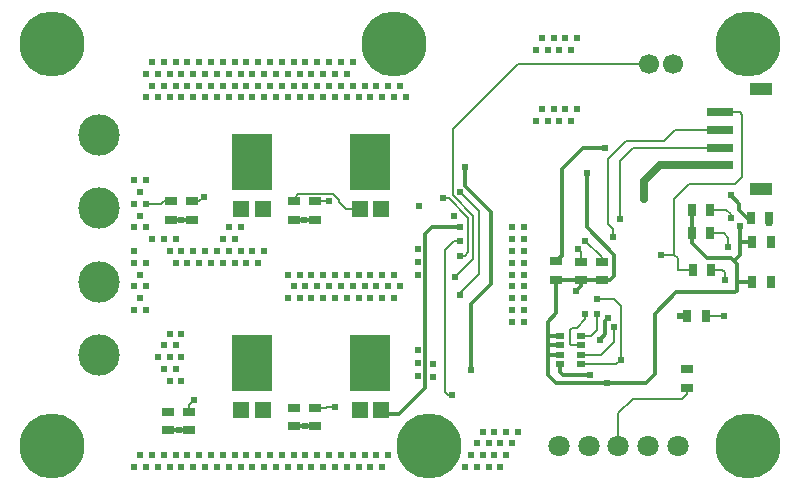
<source format=gbl>
G04 EasyPC Gerber Version 21.0.3 Build 4286 *
G04 #@! TF.Part,Single*
G04 #@! TF.FileFunction,Copper,L4,Bot *
G04 #@! TF.FilePolarity,Positive *
%FSLAX34Y34*%
%MOMM*%
%ADD70R,0.65000X1.00000*%
G04 #@! TA.AperFunction,SMDPad*
%ADD138R,1.39000X1.40000*%
%ADD137R,3.36000X4.86000*%
G04 #@! TD.AperFunction*
%ADD78C,0.16000*%
%ADD117C,0.32000*%
G04 #@! TA.AperFunction,ViaPad*
%ADD133C,0.62000*%
G04 #@! TD.AperFunction*
%ADD118C,0.63500*%
G04 #@! TA.AperFunction,SMDPad*
%ADD136R,0.75000X0.50000*%
G04 #@! TD.AperFunction*
%ADD71R,1.00000X0.65000*%
G04 #@! TA.AperFunction,SMDPad*
%ADD134R,2.20000X0.80000*%
%ADD135R,1.90000X1.10000*%
G04 #@! TD.AperFunction*
%ADD15C,1.70000*%
G04 #@! TA.AperFunction,ComponentPad*
%ADD124C,1.80000*%
%ADD131C,3.50000*%
G04 #@! TA.AperFunction,WasherPad*
%ADD120C,5.50000*%
X0Y0D02*
D02*
D15*
X536635Y353635D02*
D03*
X556635D02*
D03*
D02*
D70*
X568885Y140635D02*
D03*
X572885Y210635D02*
D03*
Y230635D02*
D03*
X573885Y179635D02*
D03*
X584385Y140635D02*
D03*
X588385Y210635D02*
D03*
Y230635D02*
D03*
X589385Y179635D02*
D03*
X622885Y223635D02*
D03*
X623885Y169635D02*
D03*
Y203635D02*
D03*
X638385Y223635D02*
D03*
X639385Y169635D02*
D03*
Y203635D02*
D03*
D02*
D71*
X129135Y43635D02*
D03*
Y59135D02*
D03*
X131385Y222085D02*
D03*
Y237585D02*
D03*
X147135Y43635D02*
D03*
Y59135D02*
D03*
X149385Y222085D02*
D03*
Y237585D02*
D03*
X235635Y47385D02*
D03*
Y62885D02*
D03*
Y222085D02*
D03*
Y237585D02*
D03*
X253635Y47385D02*
D03*
Y62885D02*
D03*
Y222085D02*
D03*
Y237585D02*
D03*
X457885Y171385D02*
D03*
Y186885D02*
D03*
X478635Y170885D02*
D03*
Y186385D02*
D03*
X496635Y170885D02*
D03*
Y186385D02*
D03*
X568635Y79885D02*
D03*
Y95385D02*
D03*
D02*
D78*
X131385Y237585D02*
X125585D01*
X123635Y235635*
X110635*
X147135Y59135D02*
Y65385D01*
X151385Y69635*
X149385Y237585D02*
X155585D01*
X159635Y241635*
X235635Y237585D02*
Y239635D01*
X239635Y243635*
X268635*
X273635Y238635*
Y236885*
X279635Y230885*
X291385*
X265885Y237585D02*
X253635D01*
X270635Y63635D02*
X262635D01*
Y62885*
X253635*
X362135Y240385D02*
Y240135D01*
X367135*
X383635Y223635*
Y194385*
X380385Y191135*
X376385*
X369635Y73635D02*
X366635D01*
X363635Y76635*
Y196635*
X370635Y203635*
X369635Y202385*
X371385Y204135*
X376635*
X372385Y173385D02*
Y173635D01*
X387885Y189135*
Y225635*
X370885Y242635*
Y298885*
X425635Y353635*
X536635*
X376135Y158635D02*
Y159885D01*
X392385Y176135*
Y229885*
X376635Y245635*
X478635Y186385D02*
Y195635D01*
X476635Y197635*
X478685Y107635D02*
X495635D01*
X506635Y118635*
Y131635*
X478685Y123635D02*
X487635D01*
X492635Y128635*
Y142635*
X482635D02*
Y137635D01*
X475635Y130635*
X471635*
X469635Y128635*
Y116635*
X470635Y115635*
X478685*
X492635Y154635D02*
X506635D01*
X512635Y148635*
Y103635*
X496635Y186385D02*
Y190135D01*
X482635Y204135*
X505635Y207635D02*
Y214635D01*
X501635Y218635*
Y273635*
X516635Y288635*
X549135*
X558635Y298135*
X596635*
X511635Y222635D02*
Y272135D01*
X522635Y283135*
X596635*
X512635Y103635D02*
X508635Y99635D01*
X478685*
X546635Y192635D02*
X557635D01*
X560635Y189635*
Y179635*
X573885*
X562635Y140635D02*
X568885D01*
X568635Y79885D02*
Y74635D01*
X564635Y70635*
X522635*
X510635Y58635*
Y30635*
X568635Y95385D02*
X584385Y140635*
X599635D01*
X596635Y313135D02*
X613135D01*
X615635Y310635*
Y258635*
X609635Y252635*
X570635*
X557635Y239635*
Y192635*
X600635Y170635D02*
Y177635D01*
X598635Y179635*
X589385*
X603635Y198635D02*
Y206635D01*
X599635Y210635*
X588385*
X605635Y223635D02*
Y226635D01*
X601635Y230635*
X588385*
X639635Y168635D02*
Y169635D01*
X639385*
D02*
D117*
X138885Y43635D02*
X129135D01*
X140635Y222085D02*
X131385D01*
X147135Y43635D02*
X138885D01*
X149385Y222085D02*
X140635D01*
X235635D02*
X244385D01*
X253635*
X245385Y47385D02*
X235635D01*
X253635D02*
X245385D01*
X376635Y215635D02*
X352635D01*
X346635Y209635*
Y79635*
X324635Y57635*
X313135*
X309885Y60885*
X385635Y94635D02*
Y150635D01*
X402635Y167635*
Y228635*
X380635Y250635*
Y266635*
X450635Y107635D02*
Y90635D01*
X457635Y83635*
X500635*
X450635Y115635D02*
Y107635D01*
Y123635D02*
Y115635D01*
X457885Y171385D02*
Y142885D01*
X450635Y135635*
Y123635*
X461185Y99635D02*
Y93085D01*
X463635Y90635*
X486635*
X461185Y107635D02*
X450635D01*
X461185Y115635D02*
X450635D01*
X461185Y123635D02*
X450635D01*
X478635Y170885D02*
X458385D01*
X457885Y171385*
X478635Y170885D02*
X496635D01*
X478635D02*
Y165635D01*
X474635Y161635*
X483635Y261635D02*
Y215635D01*
X506635Y192635*
Y174385*
X503635Y171385*
X497135*
X496635Y170885*
X499635Y282635D02*
X480635D01*
X462635Y264635*
Y191635*
X457885Y186885*
X500635Y83635D02*
X533635D01*
X541635Y91635*
Y142635*
X559635Y160635*
X609635*
X610635Y161635*
Y169635*
X501635Y139135D02*
Y138635D01*
X499635Y136635*
Y125635*
X494635Y120635*
X572885Y210635D02*
Y230635D01*
X608135Y187135D02*
X605635Y189635D01*
X585885*
X572885Y202635*
Y210635*
X610635Y169635D02*
Y184635D01*
X608135Y187135*
X613635Y203635D02*
Y216635D01*
Y203635D02*
Y192635D01*
X608135Y187135*
X622885Y223635D02*
X619635D01*
X612635Y230635*
Y235635*
X605635Y242635*
X623885Y169635D02*
X610635D01*
X623885Y203635D02*
X613635D01*
X638385Y223635D02*
Y219635D01*
X639385Y203635D02*
*
D118*
X532635Y239635D02*
Y255135D01*
X545635Y268135*
X596635*
D02*
D120*
X30635Y30635D02*
D03*
Y370635D02*
D03*
X320635D02*
D03*
X350635Y30635D02*
D03*
X620635D02*
D03*
Y370635D02*
D03*
D02*
D124*
X460635Y30635D02*
D03*
X485635D02*
D03*
X510635D02*
D03*
X535635D02*
D03*
X560635D02*
D03*
D02*
D131*
X70635Y107635D02*
D03*
Y169635D02*
D03*
Y231635D02*
D03*
Y293635D02*
D03*
D02*
D133*
X100635Y12635D02*
D03*
Y145635D02*
D03*
Y165635D02*
D03*
Y185635D02*
D03*
Y195635D02*
D03*
Y215635D02*
D03*
Y235635D02*
D03*
Y255635D02*
D03*
X105635Y22635D02*
D03*
Y155635D02*
D03*
Y175635D02*
D03*
Y225635D02*
D03*
Y245635D02*
D03*
X110635Y12635D02*
D03*
Y145635D02*
D03*
Y165635D02*
D03*
Y185635D02*
D03*
Y215635D02*
D03*
Y235635D02*
D03*
Y255635D02*
D03*
Y325635D02*
D03*
Y345635D02*
D03*
X115635Y22635D02*
D03*
Y205635D02*
D03*
Y335635D02*
D03*
Y355635D02*
D03*
X120635Y12635D02*
D03*
Y105635D02*
D03*
Y325635D02*
D03*
Y345635D02*
D03*
X125635Y22635D02*
D03*
Y95635D02*
D03*
Y115635D02*
D03*
Y205635D02*
D03*
Y335635D02*
D03*
Y355635D02*
D03*
X130635Y12635D02*
D03*
Y85635D02*
D03*
Y105635D02*
D03*
Y125635D02*
D03*
Y195635D02*
D03*
Y325635D02*
D03*
Y345635D02*
D03*
X135635Y22635D02*
D03*
Y95635D02*
D03*
Y115635D02*
D03*
Y185635D02*
D03*
Y205635D02*
D03*
Y335635D02*
D03*
Y355635D02*
D03*
X138885Y43635D02*
D03*
X140635Y12635D02*
D03*
Y85635D02*
D03*
Y105635D02*
D03*
Y125635D02*
D03*
Y195635D02*
D03*
Y222085D02*
D03*
Y325635D02*
D03*
Y345635D02*
D03*
X145635Y22635D02*
D03*
Y185635D02*
D03*
Y335635D02*
D03*
Y355635D02*
D03*
X150635Y12635D02*
D03*
Y195635D02*
D03*
Y325635D02*
D03*
Y345635D02*
D03*
X151385Y69635D02*
D03*
X155635Y22635D02*
D03*
Y185635D02*
D03*
Y335635D02*
D03*
Y355635D02*
D03*
X159635Y241635D02*
D03*
X160635Y12635D02*
D03*
Y195635D02*
D03*
Y325635D02*
D03*
Y345635D02*
D03*
X165635Y22635D02*
D03*
Y185635D02*
D03*
Y335635D02*
D03*
Y355635D02*
D03*
X170635Y12635D02*
D03*
Y195635D02*
D03*
Y325635D02*
D03*
Y345635D02*
D03*
X175635Y22635D02*
D03*
Y185635D02*
D03*
Y205635D02*
D03*
Y335635D02*
D03*
Y355635D02*
D03*
X180635Y12635D02*
D03*
Y195635D02*
D03*
Y215635D02*
D03*
Y325635D02*
D03*
Y345635D02*
D03*
X185635Y22635D02*
D03*
Y185635D02*
D03*
Y205635D02*
D03*
Y335635D02*
D03*
Y355635D02*
D03*
X190635Y12635D02*
D03*
Y195635D02*
D03*
Y215635D02*
D03*
Y325635D02*
D03*
Y345635D02*
D03*
X195635Y22635D02*
D03*
Y185635D02*
D03*
Y335635D02*
D03*
Y355635D02*
D03*
X200635Y12635D02*
D03*
Y195635D02*
D03*
Y325635D02*
D03*
Y345635D02*
D03*
X205635Y22635D02*
D03*
Y185635D02*
D03*
Y335635D02*
D03*
Y355635D02*
D03*
X210635Y12635D02*
D03*
Y195635D02*
D03*
Y325635D02*
D03*
Y345635D02*
D03*
X215635Y22635D02*
D03*
Y335635D02*
D03*
Y355635D02*
D03*
X220635Y12635D02*
D03*
Y325635D02*
D03*
Y345635D02*
D03*
X225635Y22635D02*
D03*
Y335635D02*
D03*
Y355635D02*
D03*
X230635Y12635D02*
D03*
Y155635D02*
D03*
Y175635D02*
D03*
Y325635D02*
D03*
Y345635D02*
D03*
X235635Y22635D02*
D03*
Y165635D02*
D03*
Y335635D02*
D03*
Y355635D02*
D03*
X240635Y12635D02*
D03*
Y155635D02*
D03*
Y175635D02*
D03*
Y325635D02*
D03*
Y345635D02*
D03*
X244385Y222085D02*
D03*
X245385Y47385D02*
D03*
X245635Y22635D02*
D03*
Y165635D02*
D03*
Y335635D02*
D03*
Y355635D02*
D03*
X250635Y12635D02*
D03*
Y155635D02*
D03*
Y175635D02*
D03*
Y325635D02*
D03*
Y345635D02*
D03*
X255635Y22635D02*
D03*
Y165635D02*
D03*
Y335635D02*
D03*
Y355635D02*
D03*
X260635Y12635D02*
D03*
Y155635D02*
D03*
Y175635D02*
D03*
Y325635D02*
D03*
Y345635D02*
D03*
X265635Y22635D02*
D03*
Y165635D02*
D03*
Y335635D02*
D03*
Y355635D02*
D03*
X265885Y237585D02*
D03*
X270635Y12635D02*
D03*
Y63635D02*
D03*
Y155635D02*
D03*
Y175635D02*
D03*
Y325635D02*
D03*
Y345635D02*
D03*
X275635Y22635D02*
D03*
Y165635D02*
D03*
Y335635D02*
D03*
Y355635D02*
D03*
X280635Y12635D02*
D03*
Y155635D02*
D03*
Y175635D02*
D03*
Y325635D02*
D03*
Y345635D02*
D03*
X285635Y22635D02*
D03*
Y165635D02*
D03*
Y335635D02*
D03*
Y355635D02*
D03*
X290635Y12635D02*
D03*
Y155635D02*
D03*
Y175635D02*
D03*
Y325635D02*
D03*
X295635Y22635D02*
D03*
Y165635D02*
D03*
Y335635D02*
D03*
X300635Y12635D02*
D03*
Y155635D02*
D03*
Y175635D02*
D03*
Y325635D02*
D03*
X305635Y22635D02*
D03*
Y165635D02*
D03*
Y335635D02*
D03*
X310635Y12635D02*
D03*
Y155635D02*
D03*
Y175635D02*
D03*
Y325635D02*
D03*
X315635Y22635D02*
D03*
Y165635D02*
D03*
Y335635D02*
D03*
X320635Y155635D02*
D03*
Y175635D02*
D03*
Y325635D02*
D03*
X325635Y165635D02*
D03*
Y335635D02*
D03*
X330635Y325635D02*
D03*
X340635Y89635D02*
D03*
Y100635D02*
D03*
Y111635D02*
D03*
Y175635D02*
D03*
Y186635D02*
D03*
Y197635D02*
D03*
X341635Y233635D02*
D03*
X353635Y88635D02*
D03*
Y99635D02*
D03*
X362135Y240385D02*
D03*
X369635Y73635D02*
D03*
X371635Y225635D02*
D03*
X372385Y173385D02*
D03*
X376135Y158635D02*
D03*
X376385Y191135D02*
D03*
X376635Y204135D02*
D03*
Y215635D02*
D03*
Y245635D02*
D03*
X380635Y12635D02*
D03*
Y266635D02*
D03*
X385635Y22635D02*
D03*
Y94635D02*
D03*
X390635Y12635D02*
D03*
Y32635D02*
D03*
X395635Y22635D02*
D03*
Y42635D02*
D03*
X400635Y12635D02*
D03*
Y32635D02*
D03*
X405635Y22635D02*
D03*
Y42635D02*
D03*
X410635Y12635D02*
D03*
Y32635D02*
D03*
X415635Y22635D02*
D03*
Y42635D02*
D03*
X420635Y32635D02*
D03*
Y135635D02*
D03*
Y145635D02*
D03*
Y155635D02*
D03*
Y165635D02*
D03*
Y175635D02*
D03*
Y185635D02*
D03*
Y195635D02*
D03*
Y205635D02*
D03*
Y215635D02*
D03*
X425635Y42635D02*
D03*
X430635Y135635D02*
D03*
Y145635D02*
D03*
Y155635D02*
D03*
Y165635D02*
D03*
Y175635D02*
D03*
Y185635D02*
D03*
Y195635D02*
D03*
Y205635D02*
D03*
Y215635D02*
D03*
X440635Y305635D02*
D03*
Y365635D02*
D03*
X445635Y315635D02*
D03*
Y375635D02*
D03*
X450635Y305635D02*
D03*
Y365635D02*
D03*
X455635Y315635D02*
D03*
Y375635D02*
D03*
X460635Y305635D02*
D03*
Y365635D02*
D03*
X465635Y315635D02*
D03*
Y375635D02*
D03*
X470635Y305635D02*
D03*
Y365635D02*
D03*
X474635Y161635D02*
D03*
X475635Y315635D02*
D03*
Y375635D02*
D03*
X476635Y197635D02*
D03*
X482635Y142635D02*
D03*
Y204135D02*
D03*
X483635Y261635D02*
D03*
X486635Y90635D02*
D03*
X492635Y142635D02*
D03*
Y154635D02*
D03*
X494635Y120635D02*
D03*
X499635Y282635D02*
D03*
X500635Y83635D02*
D03*
X501635Y139135D02*
D03*
X505635Y207635D02*
D03*
X506635Y131635D02*
D03*
X511635Y222635D02*
D03*
X512635Y103635D02*
D03*
X532635Y239635D02*
D03*
X546635Y192635D02*
D03*
X562635Y140635D02*
D03*
X568635Y95385D02*
D03*
X599635Y140635D02*
D03*
X600635Y170635D02*
D03*
X603635Y198635D02*
D03*
X605635Y223635D02*
D03*
Y242635D02*
D03*
X613635Y216635D02*
D03*
X638385Y219635D02*
D03*
X639385Y203635D02*
D03*
X639635Y168635D02*
D03*
D02*
D134*
X596635Y268135D02*
D03*
Y283135D02*
D03*
Y298135D02*
D03*
Y313135D02*
D03*
D02*
D135*
X631135Y248385D02*
D03*
Y332635D02*
D03*
D02*
D136*
X461185Y99635D02*
D03*
Y107635D02*
D03*
Y115635D02*
D03*
Y123635D02*
D03*
X478685Y99635D02*
D03*
Y107635D02*
D03*
Y115635D02*
D03*
Y123635D02*
D03*
D02*
D137*
X200635Y100635D02*
D03*
Y270635D02*
D03*
X300635Y100635D02*
D03*
Y270635D02*
D03*
D02*
D138*
X191385Y60885D02*
D03*
Y230885D02*
D03*
X209885Y60885D02*
D03*
Y230885D02*
D03*
X291385Y60885D02*
D03*
Y230885D02*
D03*
X309885Y60885D02*
D03*
Y230885D02*
D03*
X0Y0D02*
M02*

</source>
